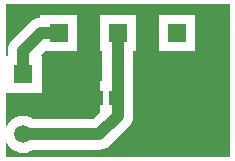
<source format=gtl>
G04*
G04 #@! TF.GenerationSoftware,Altium Limited,Altium Designer,18.0.9 (584)*
G04*
G04 Layer_Physical_Order=1*
G04 Layer_Color=255*
%FSLAX25Y25*%
%MOIN*%
G70*
G01*
G75*
%ADD10R,0.03937X0.05118*%
%ADD11C,0.03937*%
%ADD12C,0.05906*%
%ADD13R,0.05906X0.05906*%
%ADD14R,0.05906X0.05906*%
G36*
X74803Y-0D02*
X-0D01*
Y4602D01*
X500Y4727D01*
X807Y4152D01*
X1570Y3223D01*
X2499Y2461D01*
X3559Y1894D01*
X4709Y1545D01*
X5906Y1427D01*
X7102Y1545D01*
X8252Y1894D01*
X9193Y2397D01*
X31181D01*
X31181Y2397D01*
X32517Y2573D01*
X33762Y3088D01*
X34831Y3909D01*
X41052Y10129D01*
X41052Y10129D01*
X41872Y11198D01*
X42388Y12443D01*
X42564Y13780D01*
Y19685D01*
X42564Y19685D01*
Y35236D01*
X43504D01*
Y47441D01*
X31299D01*
Y35236D01*
X32239D01*
Y25394D01*
X31496D01*
Y15175D01*
X29043Y12721D01*
X9193D01*
X8252Y13224D01*
X7102Y13573D01*
X5906Y13691D01*
X4709Y13573D01*
X3559Y13224D01*
X2499Y12657D01*
X1570Y11895D01*
X807Y10966D01*
X500Y10391D01*
X-0Y10517D01*
Y21457D01*
X12008D01*
Y33661D01*
X12008D01*
X11840Y34067D01*
X13009Y35236D01*
X23819D01*
Y47441D01*
X11614D01*
Y46475D01*
X10475Y46325D01*
X9230Y45809D01*
X8161Y44989D01*
X8161Y44989D01*
X2255Y39083D01*
X1435Y38014D01*
X919Y36769D01*
X743Y35433D01*
X743Y35433D01*
Y33661D01*
X0D01*
Y51181D01*
X74803D01*
Y-0D01*
D02*
G37*
%LPC*%
G36*
X63189Y47441D02*
X50984D01*
Y35236D01*
X63189D01*
Y47441D01*
D02*
G37*
%LPD*%
D10*
X30315Y19685D02*
D03*
X36614D02*
D03*
D11*
X5906Y27559D02*
Y35433D01*
X11811Y41339D01*
X17717D01*
X5906Y7559D02*
X31181D01*
X37402Y13780D01*
Y19685D01*
X37402Y19685D02*
X37402Y19685D01*
X37402Y19685D02*
Y41339D01*
D12*
X5906Y7559D02*
D03*
Y17559D02*
D03*
D13*
Y27559D02*
D03*
D14*
X57087Y41339D02*
D03*
X37402D02*
D03*
X17717D02*
D03*
M02*

</source>
